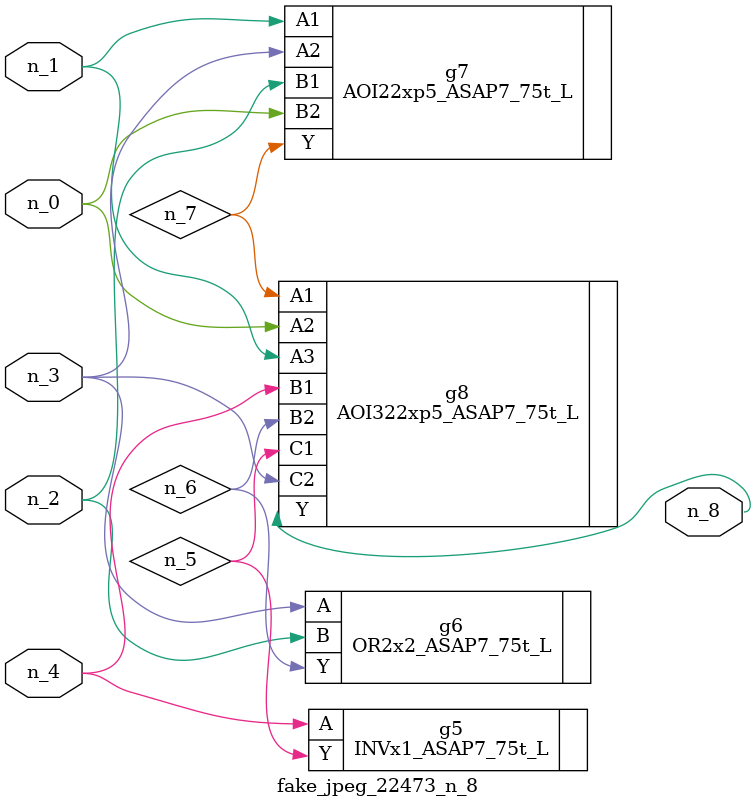
<source format=v>
module fake_jpeg_22473_n_8 (n_3, n_2, n_1, n_0, n_4, n_8);

input n_3;
input n_2;
input n_1;
input n_0;
input n_4;

output n_8;

wire n_6;
wire n_5;
wire n_7;

INVx1_ASAP7_75t_L g5 ( 
.A(n_4),
.Y(n_5)
);

OR2x2_ASAP7_75t_L g6 ( 
.A(n_3),
.B(n_2),
.Y(n_6)
);

AOI22xp5_ASAP7_75t_L g7 ( 
.A1(n_1),
.A2(n_3),
.B1(n_2),
.B2(n_0),
.Y(n_7)
);

AOI322xp5_ASAP7_75t_L g8 ( 
.A1(n_7),
.A2(n_0),
.A3(n_1),
.B1(n_4),
.B2(n_6),
.C1(n_5),
.C2(n_3),
.Y(n_8)
);


endmodule
</source>
